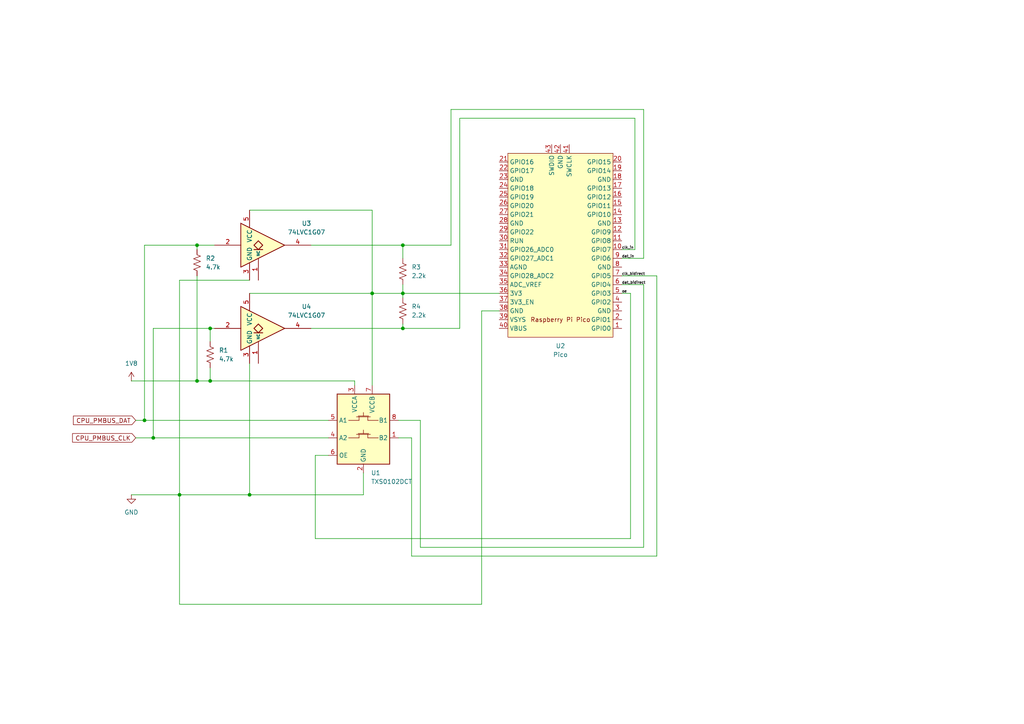
<source format=kicad_sch>
(kicad_sch (version 20231120) (generator "eeschema") (generator_version "8.0")
  (paper "A4")
  (title_block (title "magic smoke"))
  (lib_symbols
    (symbol "74xGxx:74LVC1G07"
      (property "Reference" "U" (at 0 7.62 0))
      (property "Value" "74LVC1G07" (at 3.81 -7.62 0))
      (symbol "74LVC1G07_0_1"
        (polyline (pts (xy -3.81 -1.27) (xy -1.27 -1.27)) (stroke (width 0.254)) (fill (type background)))
        (polyline (pts (xy -7.62 6.35) (xy -7.62 -6.35) (xy 5.08 0) (xy -7.62 6.35)) (stroke (width 0.254)) (fill (type background)))
        (polyline (pts (xy -2.54 1.27) (xy -3.81 0) (xy -2.54 -1.27) (xy -1.27 0) (xy -2.54 1.27)) (stroke (width 0.254)) (fill (type background)))
      )
      (symbol "74LVC1G07_1_1"
        (pin free line (at -2.54 -10.16 90) (length 6.35) (name "NC") (number "1"))
        (pin input line (at -15.24 0 0) (length 7.62) (name "~") (number "2"))
        (pin power_in line (at -5.08 -10.16 90) (length 5.08) (name "GND") (number "3"))
        (pin open_collector line (at 12.7 0 180) (length 7.62) (name "~") (number "4"))
        (pin power_in line (at -5.08 10.16 270) (length 5.08) (name "VCC") (number "5"))
      )
    )
    (symbol "Device:R_US" (pin_numbers hide) (pin_names (offset 0))
      (property "Reference" "R" (at 2.54 0 90))
      (property "Value" "R_US" (at -2.54 0 90))
      (symbol "R_US_0_1"
        (polyline (pts (xy 0 -2.286) (xy 0 -2.54)))
        (polyline (pts (xy 0 2.286) (xy 0 2.54)))
        (polyline (pts (xy 0 -0.762) (xy 1.016 -1.143) (xy 0 -1.524) (xy -1.016 -1.905) (xy 0 -2.286)))
        (polyline (pts (xy 0 0.762) (xy 1.016 0.381) (xy 0 0) (xy -1.016 -0.381) (xy 0 -0.762)))
        (polyline (pts (xy 0 2.286) (xy 1.016 1.905) (xy 0 1.524) (xy -1.016 1.143) (xy 0 0.762)))
      )
      (symbol "R_US_1_1"
        (pin passive line (at 0 3.81 270) (length 1.27) (name "~") (number "1"))
        (pin passive line (at 0 -3.81 90) (length 1.27) (name "~") (number "2"))
      )
    )
    (symbol "Logic_LevelTranslator:TXS0102DCT"
      (property "Reference" "U" (at -6.35 11.43 0))
      (property "Value" "TXS0102DCT" (at 3.81 11.43 0))
      (symbol "TXS0102DCT_0_1"
        (rectangle (start -7.62 10.16) (end 7.62 -10.16) (stroke (width 0.254)) (fill (type background)))
        (polyline (pts (xy -4.318 -2.54) (xy -1.27 -2.54)))
        (polyline (pts (xy -2.032 -1.524) (xy 2.032 -1.524)))
        (polyline (pts (xy -1.524 -1.27) (xy 1.524 -1.27)))
        (polyline (pts (xy -1.27 -2.54) (xy -1.27 -1.524)))
        (polyline (pts (xy 0 -1.27) (xy 0 -0.254)))
        (polyline (pts (xy 1.27 -2.54) (xy 1.27 -1.524)))
        (polyline (pts (xy 4.318 -2.54) (xy 1.27 -2.54)))
      )
      (symbol "TXS0102DCT_1_1"
        (polyline (pts (xy -4.318 2.54) (xy -1.27 2.54)))
        (polyline (pts (xy -2.032 3.556) (xy 2.032 3.556)))
        (polyline (pts (xy -1.524 3.81) (xy 1.524 3.81)))
        (polyline (pts (xy -1.27 2.54) (xy -1.27 3.556)))
        (polyline (pts (xy 0 3.81) (xy 0 4.826)))
        (polyline (pts (xy 1.27 2.54) (xy 1.27 3.556)))
        (polyline (pts (xy 4.318 2.54) (xy 1.27 2.54)))
        (pin bidirectional line (at 10.16 -2.54 180) (length 2.54) (name "B2") (number "1"))
        (pin power_in line (at 0 -12.7 90) (length 2.54) (name "GND") (number "2"))
        (pin power_in line (at -2.54 12.7 270) (length 2.54) (name "VCCA") (number "3"))
        (pin bidirectional line (at -10.16 -2.54 0) (length 2.54) (name "A2") (number "4"))
        (pin bidirectional line (at -10.16 2.54 0) (length 2.54) (name "A1") (number "5"))
        (pin input line (at -10.16 -7.62 0) (length 2.54) (name "OE") (number "6"))
        (pin power_in line (at 2.54 12.7 270) (length 2.54) (name "VCCB") (number "7"))
        (pin bidirectional line (at 10.16 2.54 180) (length 2.54) (name "B1") (number "8"))
      )
    )
    (symbol "MCU_RaspberryPi_and_Boards:Pico"
      (property "Reference" "U" (at -13.97 27.94 0))
      (property "Value" "Pico" (at 0 19.05 0))
      (symbol "Pico_0_0"
        (text "Raspberry Pi Pico" (at 0 21.59 0) (effects (font (size 1.27 1.27))))
      )
      (symbol "Pico_0_1"
        (rectangle (start -15.24 26.67) (end 15.24 -26.67) (fill (type background)))
      )
      (symbol "Pico_1_1"
        (pin bidirectional line (at -17.78 24.13 0) (length 2.54) (name "GPIO0") (number "1"))
        (pin bidirectional line (at -17.78 1.27 0) (length 2.54) (name "GPIO7") (number "10"))
        (pin bidirectional line (at -17.78 -1.27 0) (length 2.54) (name "GPIO8") (number "11"))
        (pin bidirectional line (at -17.78 -3.81 0) (length 2.54) (name "GPIO9") (number "12"))
        (pin power_in line (at -17.78 -6.35 0) (length 2.54) (name "GND") (number "13"))
        (pin bidirectional line (at -17.78 -8.89 0) (length 2.54) (name "GPIO10") (number "14"))
        (pin bidirectional line (at -17.78 -11.43 0) (length 2.54) (name "GPIO11") (number "15"))
        (pin bidirectional line (at -17.78 -13.97 0) (length 2.54) (name "GPIO12") (number "16"))
        (pin bidirectional line (at -17.78 -16.51 0) (length 2.54) (name "GPIO13") (number "17"))
        (pin power_in line (at -17.78 -19.05 0) (length 2.54) (name "GND") (number "18"))
        (pin bidirectional line (at -17.78 -21.59 0) (length 2.54) (name "GPIO14") (number "19"))
        (pin bidirectional line (at -17.78 21.59 0) (length 2.54) (name "GPIO1") (number "2"))
        (pin bidirectional line (at -17.78 -24.13 0) (length 2.54) (name "GPIO15") (number "20"))
        (pin bidirectional line (at 17.78 -24.13 180) (length 2.54) (name "GPIO16") (number "21"))
        (pin bidirectional line (at 17.78 -21.59 180) (length 2.54) (name "GPIO17") (number "22"))
        (pin power_in line (at 17.78 -19.05 180) (length 2.54) (name "GND") (number "23"))
        (pin bidirectional line (at 17.78 -16.51 180) (length 2.54) (name "GPIO18") (number "24"))
        (pin bidirectional line (at 17.78 -13.97 180) (length 2.54) (name "GPIO19") (number "25"))
        (pin bidirectional line (at 17.78 -11.43 180) (length 2.54) (name "GPIO20") (number "26"))
        (pin bidirectional line (at 17.78 -8.89 180) (length 2.54) (name "GPIO21") (number "27"))
        (pin power_in line (at 17.78 -6.35 180) (length 2.54) (name "GND") (number "28"))
        (pin bidirectional line (at 17.78 -3.81 180) (length 2.54) (name "GPIO22") (number "29"))
        (pin power_in line (at -17.78 19.05 0) (length 2.54) (name "GND") (number "3"))
        (pin input line (at 17.78 -1.27 180) (length 2.54) (name "RUN") (number "30"))
        (pin bidirectional line (at 17.78 1.27 180) (length 2.54) (name "GPIO26_ADC0") (number "31"))
        (pin bidirectional line (at 17.78 3.81 180) (length 2.54) (name "GPIO27_ADC1") (number "32"))
        (pin power_in line (at 17.78 6.35 180) (length 2.54) (name "AGND") (number "33"))
        (pin bidirectional line (at 17.78 8.89 180) (length 2.54) (name "GPIO28_ADC2") (number "34"))
        (pin power_in line (at 17.78 11.43 180) (length 2.54) (name "ADC_VREF") (number "35"))
        (pin power_in line (at 17.78 13.97 180) (length 2.54) (name "3V3") (number "36"))
        (pin input line (at 17.78 16.51 180) (length 2.54) (name "3V3_EN") (number "37"))
        (pin bidirectional line (at 17.78 19.05 180) (length 2.54) (name "GND") (number "38"))
        (pin power_in line (at 17.78 21.59 180) (length 2.54) (name "VSYS") (number "39"))
        (pin bidirectional line (at -17.78 16.51 0) (length 2.54) (name "GPIO2") (number "4"))
        (pin power_in line (at 17.78 24.13 180) (length 2.54) (name "VBUS") (number "40"))
        (pin input line (at -2.54 -29.21 90) (length 2.54) (name "SWCLK") (number "41"))
        (pin power_in line (at 0 -29.21 90) (length 2.54) (name "GND") (number "42"))
        (pin bidirectional line (at 2.54 -29.21 90) (length 2.54) (name "SWDIO") (number "43"))
        (pin bidirectional line (at -17.78 13.97 0) (length 2.54) (name "GPIO3") (number "5"))
        (pin bidirectional line (at -17.78 11.43 0) (length 2.54) (name "GPIO4") (number "6"))
        (pin bidirectional line (at -17.78 8.89 0) (length 2.54) (name "GPIO5") (number "7"))
        (pin power_in line (at -17.78 6.35 0) (length 2.54) (name "GND") (number "8"))
        (pin bidirectional line (at -17.78 3.81 0) (length 2.54) (name "GPIO6") (number "9"))
      )
    )
    (symbol "power:GND" (power) (pin_numbers hide) (pin_names (offset 0) hide)
      (property "Value" "GND" (at 0 -3.81 0))
      (symbol "GND_0_1"
        (polyline (pts (xy 0 0) (xy 0 -1.27) (xy 1.27 -1.27) (xy 0 -2.54) (xy -1.27 -1.27) (xy 0 -1.27)))
      )
      (symbol "GND_1_1"
        (pin power_in line (at 0 0 270) (length 0) (name "~") (number "1"))
      )
    )
    (symbol "power:VCC" (power) (pin_numbers hide) (pin_names (offset 0) hide)
      (property "Value" "VCC" (at 0 3.556 0))
      (symbol "VCC_0_1"
        (polyline (pts (xy -0.762 1.27) (xy 0 2.54)))
        (polyline (pts (xy 0 0) (xy 0 2.54)))
        (polyline (pts (xy 0 2.54) (xy 0.762 1.27)))
      )
      (symbol "VCC_1_1"
        (pin power_in line (at 0 0 90) (length 0) (name "~") (number "1"))
      )
    )
  )
  (junction (at 52.07 143.51))
  (junction (at 107.95 85.09))
  (junction (at 60.96 110.49))
  (junction (at 60.96 95.25))
  (junction (at 57.15 71.12))
  (junction (at 116.84 85.09))
  (junction (at 44.45 127))
  (junction (at 57.15 110.49))
  (junction (at 116.84 71.12))
  (junction (at 72.39 143.51))
  (junction (at 116.84 95.25))
  (junction (at 41.91 121.92))
  (wire (pts (xy 180.34 82.55) (xy 186.69 82.55)))
  (wire (pts (xy 91.44 156.21) (xy 91.44 132.08)))
  (wire (pts (xy 144.78 90.17) (xy 139.7 90.17)))
  (wire (pts (xy 107.95 60.96) (xy 107.95 85.09)))
  (wire (pts (xy 116.84 85.09) (xy 144.78 85.09)))
  (wire (pts (xy 38.1 143.51) (xy 52.07 143.51)))
  (wire (pts (xy 107.95 85.09) (xy 107.95 111.76)))
  (wire (pts (xy 105.41 137.16) (xy 105.41 143.51)))
  (wire (pts (xy 115.57 121.92) (xy 121.92 121.92)))
  (wire (pts (xy 116.84 71.12) (xy 116.84 74.93)))
  (wire (pts (xy 133.35 34.29) (xy 184.15 34.29)))
  (wire (pts (xy 57.15 80.01) (xy 57.15 110.49)))
  (wire (pts (xy 102.87 110.49) (xy 102.87 111.76)))
  (wire (pts (xy 116.84 85.09) (xy 116.84 86.36)))
  (wire (pts (xy 60.96 99.06) (xy 60.96 95.25)))
  (wire (pts (xy 107.95 85.09) (xy 116.84 85.09)))
  (wire (pts (xy 116.84 71.12) (xy 130.81 71.12)))
  (wire (pts (xy 52.07 81.28) (xy 72.39 81.28)))
  (wire (pts (xy 60.96 110.49) (xy 102.87 110.49)))
  (wire (pts (xy 72.39 105.41) (xy 72.39 143.51)))
  (wire (pts (xy 39.37 127) (xy 44.45 127)))
  (wire (pts (xy 90.17 95.25) (xy 116.84 95.25)))
  (wire (pts (xy 116.84 93.98) (xy 116.84 95.25)))
  (wire (pts (xy 182.88 85.09) (xy 182.88 156.21)))
  (wire (pts (xy 90.17 71.12) (xy 116.84 71.12)))
  (wire (pts (xy 116.84 95.25) (xy 133.35 95.25)))
  (wire (pts (xy 38.1 110.49) (xy 57.15 110.49)))
  (wire (pts (xy 121.92 121.92) (xy 121.92 158.75)))
  (wire (pts (xy 184.15 72.39) (xy 180.34 72.39)))
  (wire (pts (xy 186.69 82.55) (xy 186.69 158.75)))
  (wire (pts (xy 41.91 121.92) (xy 95.25 121.92)))
  (wire (pts (xy 72.39 143.51) (xy 105.41 143.51)))
  (wire (pts (xy 52.07 143.51) (xy 72.39 143.51)))
  (wire (pts (xy 130.81 71.12) (xy 130.81 31.75)))
  (wire (pts (xy 116.84 82.55) (xy 116.84 85.09)))
  (wire (pts (xy 60.96 106.68) (xy 60.96 110.49)))
  (wire (pts (xy 72.39 60.96) (xy 107.95 60.96)))
  (wire (pts (xy 180.34 80.01) (xy 190.5 80.01)))
  (wire (pts (xy 41.91 71.12) (xy 41.91 121.92)))
  (wire (pts (xy 72.39 85.09) (xy 107.95 85.09)))
  (wire (pts (xy 62.23 95.25) (xy 60.96 95.25)))
  (wire (pts (xy 133.35 95.25) (xy 133.35 34.29)))
  (wire (pts (xy 62.23 71.12) (xy 57.15 71.12)))
  (wire (pts (xy 119.38 161.29) (xy 119.38 127)))
  (wire (pts (xy 44.45 127) (xy 95.25 127)))
  (wire (pts (xy 180.34 74.93) (xy 186.69 74.93)))
  (wire (pts (xy 57.15 71.12) (xy 57.15 72.39)))
  (wire (pts (xy 190.5 161.29) (xy 119.38 161.29)))
  (wire (pts (xy 130.81 31.75) (xy 186.69 31.75)))
  (wire (pts (xy 190.5 80.01) (xy 190.5 161.29)))
  (wire (pts (xy 44.45 95.25) (xy 44.45 127)))
  (wire (pts (xy 39.37 121.92) (xy 41.91 121.92)))
  (wire (pts (xy 60.96 95.25) (xy 44.45 95.25)))
  (wire (pts (xy 57.15 110.49) (xy 60.96 110.49)))
  (wire (pts (xy 139.7 90.17) (xy 139.7 175.26)))
  (wire (pts (xy 180.34 85.09) (xy 182.88 85.09)))
  (wire (pts (xy 139.7 175.26) (xy 52.07 175.26)))
  (wire (pts (xy 186.69 31.75) (xy 186.69 74.93)))
  (wire (pts (xy 52.07 81.28) (xy 52.07 143.51)))
  (wire (pts (xy 182.88 156.21) (xy 91.44 156.21)))
  (wire (pts (xy 186.69 158.75) (xy 121.92 158.75)))
  (wire (pts (xy 91.44 132.08) (xy 95.25 132.08)))
  (wire (pts (xy 184.15 34.29) (xy 184.15 72.39)))
  (wire (pts (xy 119.38 127) (xy 115.57 127)))
  (wire (pts (xy 52.07 143.51) (xy 52.07 175.26)))
  (wire (pts (xy 57.15 71.12) (xy 41.91 71.12)))
  (label "clk_in" (at 180.34 72.39 0) (effects (font (size 0.762 0.762))))
  (label "clk_bidirect" (at 180.34 80.01 0) (effects (font (size 0.762 0.762))))
  (label "oe" (at 180.34 85.09 0) (effects (font (size 0.762 0.762))))
  (label "dat_in" (at 180.34 74.93 0) (effects (font (size 0.762 0.762))))
  (label "dat_bidirect" (at 180.34 82.55 0) (effects (font (size 0.762 0.762))))
  (global_label "CPU_PMBUS_CLK" (shape input) (at 39.37 127 180) (property "Intersheetrefs" "${INTERSHEET_REFS}" (effects (hide yes))))
  (global_label "CPU_PMBUS_DAT" (shape input) (at 39.37 121.92 180) (property "Intersheetrefs" "${INTERSHEET_REFS}" (effects (hide yes))))
  (symbol (lib_id "74xGxx:74LVC1G07") (at 77.47 71.12 0) (unit 1)
    (property "Reference" "U3" (at 88.9 64.8014 0))
    (property "Value" "74LVC1G07" (at 88.9 67.3414 0))
    (property "Datasheet" "https://www.ti.com/lit/ds/symlink/sn74lvc1g07.pdf" (effects (hide yes)))
    (property "Description" "Single Buffer Gate, Open Drain, Low-Voltage CMOS" (effects (hide yes)))
  )
  (symbol (lib_id "Device:R_US") (at 116.84 78.74 0) (unit 1)
    (property "Reference" "R3" (at 119.38 77.4699 0) (effects (justify left)))
    (property "Value" "2.2k" (at 119.38 80.0099 0) (effects (justify left)))
    (property "Description" "Resistor, US symbol" (effects (hide yes)))
  )
  (symbol (lib_id "Device:R_US") (at 57.15 76.2 0) (unit 1)
    (property "Reference" "R2" (at 59.69 74.9299 0) (effects (justify left)))
    (property "Value" "4.7k" (at 59.69 77.4699 0) (effects (justify left)))
    (property "Description" "Resistor, US symbol" (effects (hide yes)))
  )
  (symbol (lib_id "Logic_LevelTranslator:TXS0102DCT") (at 105.41 124.46 0) (unit 1)
    (property "Reference" "U1" (at 107.6041 137.16 0) (effects (justify left)))
    (property "Value" "TXS0102DCT" (at 107.6041 139.7 0) (effects (justify left)))
    (property "Footprint" "Package_SO:SSOP-8_2.95x2.8mm_P0.65mm" (effects (hide yes)))
    (property "Datasheet" "http://www.ti.com/lit/gpn/txs0102" (effects (hide yes)))
    (property "Description" "2-Bit Bidirectional Voltage-Level Shifter for Open-Drain and Push-Pull Application, SSOP-8" (effects (hide yes)))
  )
  (symbol (lib_id "Device:R_US") (at 60.96 102.87 0) (unit 1)
    (property "Reference" "R1" (at 63.5 101.5999 0) (effects (justify left)))
    (property "Value" "4.7k" (at 63.5 104.1399 0) (effects (justify left)))
    (property "Description" "Resistor, US symbol" (effects (hide yes)))
  )
  (symbol (lib_id "power:VCC") (at 38.1 110.49 0) (unit 1)
    (property "Reference" "#PWR01" (effects (hide yes)))
    (property "Value" "1V8" (at 38.1 105.41 0))
    (property "Description" "Power symbol creates a global label with name \"VCC\"" (effects (hide yes)))
  )
  (symbol (lib_id "Device:R_US") (at 116.84 90.17 0) (unit 1)
    (property "Reference" "R4" (at 119.38 88.8999 0) (effects (justify left)))
    (property "Value" "2.2k" (at 119.38 91.4399 0) (effects (justify left)))
    (property "Description" "Resistor, US symbol" (effects (hide yes)))
  )
  (symbol (lib_id "power:GND") (at 38.1 143.51 0) (unit 1)
    (property "Reference" "#PWR02" (effects (hide yes)))
    (property "Value" "GND" (at 38.1 148.59 0))
    (property "Description" "Power symbol creates a global label with name \"GND\" , ground" (effects (hide yes)))
  )
  (symbol (lib_id "MCU_RaspberryPi_and_Boards:Pico") (at 162.56 71.12 180) (unit 1)
    (property "Reference" "U2" (at 162.56 100.33 0))
    (property "Value" "Pico" (at 162.56 102.87 0))
    (property "Footprint" "RPi_Pico:RPi_Pico_SMD_TH" (effects (hide yes)))
  )
  (symbol (lib_id "74xGxx:74LVC1G07") (at 77.47 95.25 0) (unit 1)
    (property "Reference" "U4" (at 88.9 88.9314 0))
    (property "Value" "74LVC1G07" (at 88.9 91.4714 0))
    (property "Datasheet" "https://www.ti.com/lit/ds/symlink/sn74lvc1g07.pdf" (effects (hide yes)))
    (property "Description" "Single Buffer Gate, Open Drain, Low-Voltage CMOS" (effects (hide yes)))
  )
)
</source>
